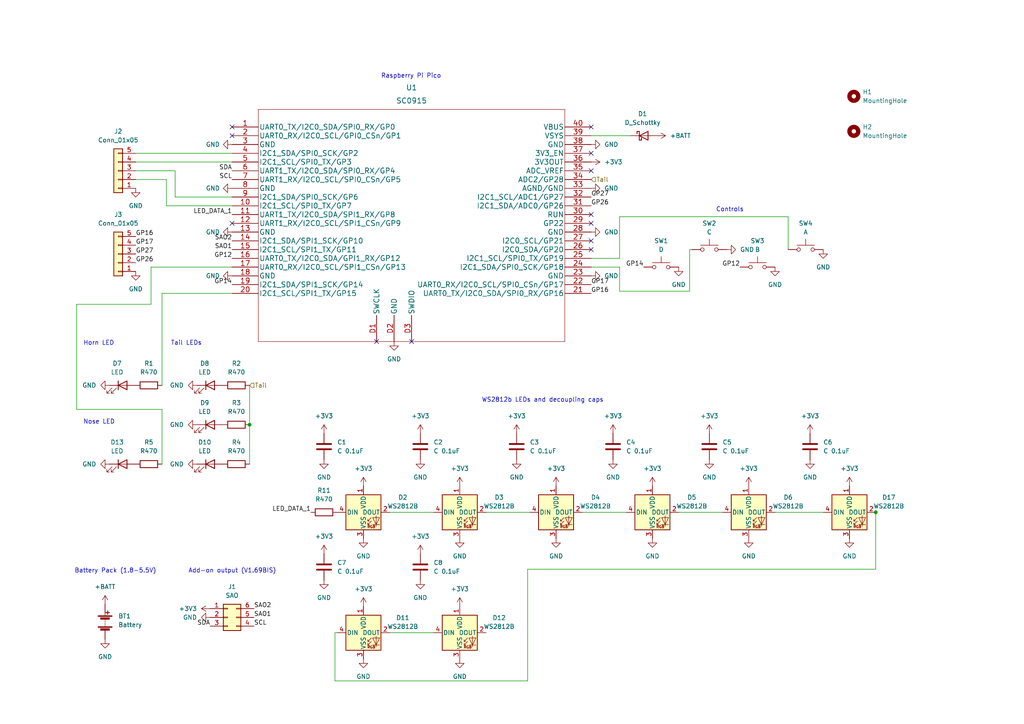
<source format=kicad_sch>
(kicad_sch (version 20211123) (generator eeschema)
  (paper "A4")
  (title_block (title "Cuddles the Catacorn") (rev "1.0") (company "GalaxyAllie"))
  (lib_symbols
    (symbol "Connector_Generic:Conn_01x05" (pin_names (offset 1.016) hide)
      (property "Reference" "J" (at 0 7.62 0))
      (property "Value" "Conn_01x05" (at 0 -7.62 0))
      (symbol "Conn_01x05_1_1"
        (rectangle (start -1.27 -4.953) (end 0 -5.207) (stroke (width 0.1524)))
        (rectangle (start -1.27 -2.413) (end 0 -2.667) (stroke (width 0.1524)))
        (rectangle (start -1.27 0.127) (end 0 -0.127) (stroke (width 0.1524)))
        (rectangle (start -1.27 2.667) (end 0 2.413) (stroke (width 0.1524)))
        (rectangle (start -1.27 5.207) (end 0 4.953) (stroke (width 0.1524)))
        (rectangle (start -1.27 6.35) (end 1.27 -6.35) (stroke (width 0.254)) (fill (type background)))
        (pin passive line (at -5.08 5.08 0) (length 3.81) (name "Pin_1") (number "1"))
        (pin passive line (at -5.08 2.54 0) (length 3.81) (name "Pin_2") (number "2"))
        (pin passive line (at -5.08 0 0) (length 3.81) (name "Pin_3") (number "3"))
        (pin passive line (at -5.08 -2.54 0) (length 3.81) (name "Pin_4") (number "4"))
        (pin passive line (at -5.08 -5.08 0) (length 3.81) (name "Pin_5") (number "5"))
      )
    )
    (symbol "Connector_Generic:Conn_02x03_Counter_Clockwise" (pin_names (offset 1.016) hide)
      (property "Reference" "J" (at 1.27 5.08 0))
      (property "Value" "Conn_02x03_Counter_Clockwise" (at 1.27 -5.08 0))
      (symbol "Conn_02x03_Counter_Clockwise_1_1"
        (rectangle (start -1.27 -2.413) (end 0 -2.667) (stroke (width 0.1524)))
        (rectangle (start -1.27 0.127) (end 0 -0.127) (stroke (width 0.1524)))
        (rectangle (start -1.27 2.667) (end 0 2.413) (stroke (width 0.1524)))
        (rectangle (start -1.27 3.81) (end 3.81 -3.81) (stroke (width 0.254)) (fill (type background)))
        (rectangle (start 3.81 -2.413) (end 2.54 -2.667) (stroke (width 0.1524)))
        (rectangle (start 3.81 0.127) (end 2.54 -0.127) (stroke (width 0.1524)))
        (rectangle (start 3.81 2.667) (end 2.54 2.413) (stroke (width 0.1524)))
        (pin passive line (at -5.08 2.54 0) (length 3.81) (name "Pin_1") (number "1"))
        (pin passive line (at -5.08 0 0) (length 3.81) (name "Pin_2") (number "2"))
        (pin passive line (at -5.08 -2.54 0) (length 3.81) (name "Pin_3") (number "3"))
        (pin passive line (at 7.62 -2.54 180) (length 3.81) (name "Pin_4") (number "4"))
        (pin passive line (at 7.62 0 180) (length 3.81) (name "Pin_5") (number "5"))
        (pin passive line (at 7.62 2.54 180) (length 3.81) (name "Pin_6") (number "6"))
      )
    )
    (symbol "Device:Battery" (pin_numbers hide) (pin_names (offset 0) hide)
      (property "Reference" "BT" (at 2.54 2.54 0))
      (property "Value" "Battery" (at 2.54 0 0))
      (symbol "Battery_0_1"
        (rectangle (start -2.032 -1.397) (end 2.032 -1.651) (fill (type outline)))
        (rectangle (start -2.032 1.778) (end 2.032 1.524) (fill (type outline)))
        (rectangle (start -1.3208 -1.9812) (end 1.27 -2.4892) (fill (type outline)))
        (rectangle (start -1.3208 1.1938) (end 1.27 0.6858) (fill (type outline)))
        (polyline (pts (xy 0 -1.524) (xy 0 -1.27)))
        (polyline (pts (xy 0 -1.016) (xy 0 -0.762)))
        (polyline (pts (xy 0 -0.508) (xy 0 -0.254)))
        (polyline (pts (xy 0 0) (xy 0 0.254)))
        (polyline (pts (xy 0 0.508) (xy 0 0.762)))
        (polyline (pts (xy 0 1.778) (xy 0 2.54)))
        (polyline (pts (xy 0.254 2.667) (xy 1.27 2.667)) (stroke (width 0.254)))
        (polyline (pts (xy 0.762 3.175) (xy 0.762 2.159)) (stroke (width 0.254)))
      )
      (symbol "Battery_1_1"
        (pin passive line (at 0 5.08 270) (length 2.54) (name "+") (number "1"))
        (pin passive line (at 0 -5.08 90) (length 2.54) (name "-") (number "2"))
      )
    )
    (symbol "Device:C" (pin_numbers hide) (pin_names (offset 0.254))
      (property "Reference" "C" (at 0.635 2.54 0))
      (property "Value" "C" (at 0.635 -2.54 0))
      (symbol "C_0_1"
        (polyline (pts (xy -2.032 -0.762) (xy 2.032 -0.762)) (stroke (width 0.508)))
        (polyline (pts (xy -2.032 0.762) (xy 2.032 0.762)) (stroke (width 0.508)))
      )
      (symbol "C_1_1"
        (pin passive line (at 0 3.81 270) (length 2.794) (name "~") (number "1"))
        (pin passive line (at 0 -3.81 90) (length 2.794) (name "~") (number "2"))
      )
    )
    (symbol "Device:D_Schottky" (pin_numbers hide) (pin_names (offset 1.016) hide)
      (property "Reference" "D" (at 0 2.54 0))
      (property "Value" "D_Schottky" (at 0 -2.54 0))
      (symbol "D_Schottky_0_1"
        (polyline (pts (xy 1.27 0) (xy -1.27 0)))
        (polyline (pts (xy 1.27 1.27) (xy 1.27 -1.27) (xy -1.27 0) (xy 1.27 1.27)) (stroke (width 0.254)))
        (polyline (pts (xy -1.905 0.635) (xy -1.905 1.27) (xy -1.27 1.27) (xy -1.27 -1.27) (xy -0.635 -1.27) (xy -0.635 -0.635)) (stroke (width 0.254)))
      )
      (symbol "D_Schottky_1_1"
        (pin passive line (at -3.81 0 0) (length 2.54) (name "K") (number "1"))
        (pin passive line (at 3.81 0 180) (length 2.54) (name "A") (number "2"))
      )
    )
    (symbol "Device:LED" (pin_numbers hide) (pin_names (offset 1.016) hide)
      (property "Reference" "D" (at 0 2.54 0))
      (property "Value" "LED" (at 0 -2.54 0))
      (symbol "LED_0_1"
        (polyline (pts (xy -1.27 -1.27) (xy -1.27 1.27)) (stroke (width 0.254)))
        (polyline (pts (xy -1.27 0) (xy 1.27 0)))
        (polyline (pts (xy 1.27 -1.27) (xy 1.27 1.27) (xy -1.27 0) (xy 1.27 -1.27)) (stroke (width 0.254)))
        (polyline (pts (xy -3.048 -0.762) (xy -4.572 -2.286) (xy -3.81 -2.286) (xy -4.572 -2.286) (xy -4.572 -1.524)))
        (polyline (pts (xy -1.778 -0.762) (xy -3.302 -2.286) (xy -2.54 -2.286) (xy -3.302 -2.286) (xy -3.302 -1.524)))
      )
      (symbol "LED_1_1"
        (pin passive line (at -3.81 0 0) (length 2.54) (name "K") (number "1"))
        (pin passive line (at 3.81 0 180) (length 2.54) (name "A") (number "2"))
      )
    )
    (symbol "Device:R" (pin_numbers hide) (pin_names (offset 0))
      (property "Reference" "R" (at 2.032 0 90))
      (property "Value" "R" (at 0 0 90))
      (symbol "R_0_1"
        (rectangle (start -1.016 -2.54) (end 1.016 2.54) (stroke (width 0.254)))
      )
      (symbol "R_1_1"
        (pin passive line (at 0 3.81 270) (length 1.27) (name "~") (number "1"))
        (pin passive line (at 0 -3.81 90) (length 1.27) (name "~") (number "2"))
      )
    )
    (symbol "LED:WS2812B" (pin_names (offset 0.254))
      (property "Reference" "D" (at 5.08 5.715 0))
      (property "Value" "WS2812B" (at 1.27 -5.715 0))
      (symbol "WS2812B_0_0"
        (text "RGB" (at 2.286 -4.191 0) (effects (font (size 0.762 0.762))))
      )
      (symbol "WS2812B_0_1"
        (polyline (pts (xy 1.27 -3.556) (xy 1.778 -3.556)))
        (polyline (pts (xy 1.27 -2.54) (xy 1.778 -2.54)))
        (polyline (pts (xy 4.699 -3.556) (xy 2.667 -3.556)))
        (polyline (pts (xy 2.286 -2.54) (xy 1.27 -3.556) (xy 1.27 -3.048)))
        (polyline (pts (xy 2.286 -1.524) (xy 1.27 -2.54) (xy 1.27 -2.032)))
        (polyline (pts (xy 3.683 -1.016) (xy 3.683 -3.556) (xy 3.683 -4.064)))
        (polyline (pts (xy 4.699 -1.524) (xy 2.667 -1.524) (xy 3.683 -3.556) (xy 4.699 -1.524)))
        (rectangle (start 5.08 5.08) (end -5.08 -5.08) (stroke (width 0.254)) (fill (type background)))
      )
      (symbol "WS2812B_1_1"
        (pin power_in line (at 0 7.62 270) (length 2.54) (name "VDD") (number "1"))
        (pin output line (at 7.62 0 180) (length 2.54) (name "DOUT") (number "2"))
        (pin power_in line (at 0 -7.62 90) (length 2.54) (name "VSS") (number "3"))
        (pin input line (at -7.62 0 0) (length 2.54) (name "DIN") (number "4"))
      )
    )
    (symbol "Mechanical:MountingHole" (pin_names (offset 1.016))
      (property "Reference" "H" (at 0 5.08 0))
      (property "Value" "MountingHole" (at 0 3.175 0))
      (symbol "MountingHole_0_1"
        (circle (center 0 0) (radius 1.27) (stroke (width 1.27)))
      )
    )
    (symbol "Raspberry Pi Pico:SC0915" (pin_names (offset 0.254))
      (property "Reference" "U1" (at 52.07 11.43 0))
      (property "Value" "SC0915" (at 52.07 7.62 0))
      (symbol "SC0915_1_1"
        (polyline (pts (xy 7.62 -62.23) (xy 96.52 -62.23)) (stroke (width 0.127)))
        (polyline (pts (xy 7.62 5.08) (xy 7.62 -62.23)) (stroke (width 0.127)))
        (polyline (pts (xy 96.52 -62.23) (xy 96.52 5.08)) (stroke (width 0.127)))
        (polyline (pts (xy 96.52 5.08) (xy 7.62 5.08)) (stroke (width 0.127)))
        (pin bidirectional line (at 0 0 0) (length 7.62) (name "UART0_TX/I2C0_SDA/SPI0_RX/GP0") (number "1"))
        (pin bidirectional line (at 0 -22.86 0) (length 7.62) (name "I2C1_SCL/SPI0_TX/GP7") (number "10"))
        (pin bidirectional line (at 0 -25.4 0) (length 7.62) (name "UART1_TX/I2C0_SDA/SPI1_RX/GP8") (number "11"))
        (pin bidirectional line (at 0 -27.94 0) (length 7.62) (name "UART1_RX/I2C0_SCL/SPI1_CSn/GP9") (number "12"))
        (pin power_in line (at 0 -30.48 0) (length 7.62) (name "GND") (number "13"))
        (pin bidirectional line (at 0 -33.02 0) (length 7.62) (name "I2C1_SDA/SPI1_SCK/GP10") (number "14"))
        (pin bidirectional line (at 0 -35.56 0) (length 7.62) (name "I2C1_SCL/SPI1_TX/GP11") (number "15"))
        (pin bidirectional line (at 0 -38.1 0) (length 7.62) (name "UART0_TX/I2C0_SDA/GPI1_RX/GP12") (number "16"))
        (pin bidirectional line (at 0 -40.64 0) (length 7.62) (name "UART0_RX/I2C0_SCL/SPI1_CSn/GP13") (number "17"))
        (pin power_in line (at 0 -43.18 0) (length 7.62) (name "GND") (number "18"))
        (pin bidirectional line (at 0 -45.72 0) (length 7.62) (name "I2C1_SDA/SPI1_SCK/GP14") (number "19"))
        (pin bidirectional line (at 0 -2.54 0) (length 7.62) (name "UART0_RX/I2C0_SCL/GPI0_CSn/GP1") (number "2"))
        (pin bidirectional line (at 0 -48.26 0) (length 7.62) (name "I2C1_SCL/SPI1_TX/GP15") (number "20"))
        (pin bidirectional line (at 104.14 -48.26 180) (length 7.62) (name "UART0_TX/I2C0_SDA/SPI0_RX/GP16") (number "21"))
        (pin bidirectional line (at 104.14 -45.72 180) (length 7.62) (name "UART0_RX/I2C0_SCL/SPI0_CSn/GP17") (number "22"))
        (pin power_in line (at 104.14 -43.18 180) (length 7.62) (name "GND") (number "23"))
        (pin bidirectional line (at 104.14 -40.64 180) (length 7.62) (name "I2C1_SDA/SPI0_SCK/GP18") (number "24"))
        (pin bidirectional line (at 104.14 -38.1 180) (length 7.62) (name "I2C1_SCL/SPI0_TX/GP19") (number "25"))
        (pin bidirectional line (at 104.14 -35.56 180) (length 7.62) (name "I2C0_SDA/GP20") (number "26"))
        (pin bidirectional line (at 104.14 -33.02 180) (length 7.62) (name "I2C0_SCL/GP21") (number "27"))
        (pin power_in line (at 104.14 -30.48 180) (length 7.62) (name "GND") (number "28"))
        (pin bidirectional line (at 104.14 -27.94 180) (length 7.62) (name "GP22") (number "29"))
        (pin power_in line (at 0 -5.08 0) (length 7.62) (name "GND") (number "3"))
        (pin unspecified line (at 104.14 -25.4 180) (length 7.62) (name "RUN") (number "30"))
        (pin bidirectional line (at 104.14 -22.86 180) (length 7.62) (name "I2C1_SDA/ADC0/GP26") (number "31"))
        (pin bidirectional line (at 104.14 -20.32 180) (length 7.62) (name "I2C1_SCL/ADC1/GP27") (number "32"))
        (pin power_in line (at 104.14 -17.78 180) (length 7.62) (name "AGND/GND") (number "33"))
        (pin bidirectional line (at 104.14 -15.24 180) (length 7.62) (name "ADC2/GP28") (number "34"))
        (pin power_in line (at 104.14 -12.7 180) (length 7.62) (name "ADC_VREF") (number "35"))
        (pin output line (at 104.14 -10.16 180) (length 7.62) (name "3V3OUT") (number "36"))
        (pin power_in line (at 104.14 -7.62 180) (length 7.62) (name "3V3_EN") (number "37"))
        (pin power_in line (at 104.14 -5.08 180) (length 7.62) (name "GND") (number "38"))
        (pin power_in line (at 104.14 -2.54 180) (length 7.62) (name "VSYS") (number "39"))
        (pin bidirectional line (at 0 -7.62 0) (length 7.62) (name "I2C1_SDA/SPI0_SCK/GP2") (number "4"))
        (pin power_in line (at 104.14 0 180) (length 7.62) (name "VBUS") (number "40"))
        (pin bidirectional line (at 0 -10.16 0) (length 7.62) (name "I2C1_SCL/SPI0_TX/GP3") (number "5"))
        (pin bidirectional line (at 0 -12.7 0) (length 7.62) (name "UART1_TX/I2C0_SDA/SPI0_RX/GP4") (number "6"))
        (pin bidirectional line (at 0 -15.24 0) (length 7.62) (name "UART1_RX/I2C0_SCL/SPI0_CSn/GP5") (number "7"))
        (pin power_in line (at 0 -17.78 0) (length 7.62) (name "GND") (number "8"))
        (pin bidirectional line (at 0 -20.32 0) (length 7.62) (name "I2C1_SDA/SPI0_SCK/GP6") (number "9"))
        (pin unspecified line (at 41.91 -62.23 90) (length 7.62) (name "SWCLK") (number "D1"))
        (pin power_in line (at 46.99 -62.23 90) (length 7.62) (name "GND") (number "D2"))
        (pin unspecified line (at 52.07 -62.23 90) (length 7.62) (name "SWDIO") (number "D3"))
      )
    )
    (symbol "Switch:SW_Push" (pin_numbers hide) (pin_names (offset 1.016) hide)
      (property "Reference" "SW" (at 1.27 2.54 0))
      (property "Value" "SW_Push" (at 0 -1.524 0))
      (symbol "SW_Push_0_1"
        (circle (center -2.032 0) (radius 0.508))
        (polyline (pts (xy 0 1.27) (xy 0 3.048)))
        (polyline (pts (xy 2.54 1.27) (xy -2.54 1.27)))
        (circle (center 2.032 0) (radius 0.508))
        (pin passive line (at -5.08 0 0) (length 2.54) (name "1") (number "1"))
        (pin passive line (at 5.08 0 180) (length 2.54) (name "2") (number "2"))
      )
    )
    (symbol "power:+3V3" (power) (pin_names (offset 0))
      (property "Value" "+3V3" (at 0 3.556 0))
      (symbol "+3V3_0_1"
        (polyline (pts (xy -0.762 1.27) (xy 0 2.54)))
        (polyline (pts (xy 0 0) (xy 0 2.54)))
        (polyline (pts (xy 0 2.54) (xy 0.762 1.27)))
      )
      (symbol "+3V3_1_1"
        (pin power_in line (at 0 0 90) (length 0) hide (name "+3V3") (number "1"))
      )
    )
    (symbol "power:+BATT" (power) (pin_names (offset 0))
      (property "Value" "+BATT" (at 0 3.556 0))
      (symbol "+BATT_0_1"
        (polyline (pts (xy -0.762 1.27) (xy 0 2.54)))
        (polyline (pts (xy 0 0) (xy 0 2.54)))
        (polyline (pts (xy 0 2.54) (xy 0.762 1.27)))
      )
      (symbol "+BATT_1_1"
        (pin power_in line (at 0 0 90) (length 0) hide (name "+BATT") (number "1"))
      )
    )
    (symbol "power:GND" (power) (pin_names (offset 0))
      (property "Value" "GND" (at 0 -3.81 0))
      (symbol "GND_0_1"
        (polyline (pts (xy 0 0) (xy 0 -1.27) (xy 1.27 -1.27) (xy 0 -2.54) (xy -1.27 -1.27) (xy 0 -1.27)))
      )
      (symbol "GND_1_1"
        (pin power_in line (at 0 0 270) (length 0) hide (name "GND") (number "1"))
      )
    )
  )
  (junction (at 254 148.59))
  (junction (at 72.39 123.19))
  (no_connect (at 171.45 44.45))
  (no_connect (at 171.45 69.85))
  (no_connect (at 171.45 64.77))
  (no_connect (at 67.31 36.83))
  (no_connect (at 109.22 99.06))
  (no_connect (at 119.38 99.06))
  (no_connect (at 171.45 49.53))
  (no_connect (at 67.31 39.37))
  (no_connect (at 171.45 62.23))
  (no_connect (at 171.45 36.83))
  (no_connect (at 171.45 72.39))
  (no_connect (at 67.31 64.77))
  (wire (pts (xy 224.79 148.59) (xy 238.76 148.59)))
  (wire (pts (xy 113.03 148.59) (xy 125.73 148.59)))
  (wire (pts (xy 254 148.59) (xy 254 165.1)))
  (wire (pts (xy 46.99 134.62) (xy 46.99 118.745)))
  (wire (pts (xy 39.37 46.99) (xy 67.31 46.99)))
  (wire (pts (xy 153.035 197.485) (xy 97.155 197.485)))
  (wire (pts (xy 200.66 72.39) (xy 200.025 72.39)))
  (wire (pts (xy 22.225 118.745) (xy 22.225 88.265)))
  (wire (pts (xy 48.26 52.07) (xy 39.37 52.07)))
  (wire (pts (xy 168.91 148.59) (xy 181.61 148.59)))
  (wire (pts (xy 43.815 77.47) (xy 67.31 77.47)))
  (wire (pts (xy 50.8 57.15) (xy 50.8 49.53)))
  (wire (pts (xy 72.39 123.19) (xy 72.39 134.62)))
  (wire (pts (xy 254 147.955) (xy 254 148.59)))
  (wire (pts (xy 228.6 62.865) (xy 179.705 62.865)))
  (wire (pts (xy 43.815 88.265) (xy 43.815 77.47)))
  (wire (pts (xy 200.025 84.455) (xy 179.705 84.455)))
  (wire (pts (xy 179.705 84.455) (xy 179.705 77.47)))
  (wire (pts (xy 50.8 49.53) (xy 39.37 49.53)))
  (wire (pts (xy 97.155 197.485) (xy 97.155 183.515)))
  (wire (pts (xy 46.99 111.76) (xy 46.99 85.09)))
  (wire (pts (xy 113.03 183.515) (xy 125.73 183.515)))
  (wire (pts (xy 196.85 148.59) (xy 209.55 148.59)))
  (wire (pts (xy 179.705 77.47) (xy 171.45 77.47)))
  (wire (pts (xy 228.6 72.39) (xy 228.6 62.865)))
  (wire (pts (xy 97.155 183.515) (xy 97.79 183.515)))
  (wire (pts (xy 46.99 85.09) (xy 67.31 85.09)))
  (wire (pts (xy 67.31 57.15) (xy 50.8 57.15)))
  (wire (pts (xy 254 165.1) (xy 153.035 165.1)))
  (wire (pts (xy 153.035 165.1) (xy 153.035 197.485)))
  (wire (pts (xy 179.705 74.93) (xy 171.45 74.93)))
  (wire (pts (xy 48.26 59.69) (xy 48.26 52.07)))
  (wire (pts (xy 46.99 118.745) (xy 22.225 118.745)))
  (wire (pts (xy 200.025 72.39) (xy 200.025 84.455)))
  (wire (pts (xy 22.225 88.265) (xy 43.815 88.265)))
  (wire (pts (xy 140.97 148.59) (xy 153.67 148.59)))
  (wire (pts (xy 171.45 39.37) (xy 182.88 39.37)))
  (wire (pts (xy 39.37 44.45) (xy 67.31 44.45)))
  (wire (pts (xy 72.39 111.76) (xy 72.39 123.19)))
  (wire (pts (xy 179.705 62.865) (xy 179.705 74.93)))
  (wire (pts (xy 67.31 59.69) (xy 48.26 59.69)))
  (text "Add-on output (V1.69BIS)" (at 54.61 166.37 0) (effects (font (size 1.27 1.27)) (justify left bottom)))
  (text "Nose LED" (at 24.13 123.19 0) (effects (font (size 1.27 1.27)) (justify left bottom)))
  (text "Controls" (at 207.645 61.595 0) (effects (font (size 1.27 1.27)) (justify left bottom)))
  (text "Battery Pack (1.8-5.5V)\n" (at 21.59 166.37 0) (effects (font (size 1.27 1.27)) (justify left bottom)))
  (text "Raspberry Pi Pico\n" (at 110.49 22.86 0) (effects (font (size 1.27 1.27)) (justify left bottom)))
  (text "WS2812b LEDs and decoupling caps\n" (at 139.7 116.84 0) (effects (font (size 1.27 1.27)) (justify left bottom)))
  (text "Horn LED" (at 24.13 100.33 0) (effects (font (size 1.27 1.27)) (justify left bottom)))
  (text "Tail LEDs" (at 49.53 100.33 0) (effects (font (size 1.27 1.27)) (justify left bottom)))
  (label "GP12" (at 214.63 77.47 180))
  (label "SAO1" (at 73.66 179.07 0))
  (label "GP16" (at 171.45 85.09 0))
  (label "GP14" (at 67.31 82.55 180))
  (label "GP14" (at 186.69 77.47 180))
  (label "LED_DATA_1" (at 67.31 62.23 180))
  (label "GP26" (at 171.45 59.69 0))
  (label "GP16" (at 39.37 68.58 0))
  (label "GP17" (at 171.45 82.55 0))
  (label "SDA" (at 67.31 49.53 180))
  (label "SCL" (at 73.66 181.61 0))
  (label "SAO2" (at 67.31 69.85 180))
  (label "LED_DATA_1" (at 90.17 148.59 180))
  (label "SAO1" (at 67.31 72.39 180))
  (label "GP27" (at 171.45 57.15 0))
  (label "GP27" (at 39.37 73.66 0))
  (label "GP26" (at 39.37 76.2 0))
  (label "GP17" (at 39.37 71.12 0))
  (label "SAO2" (at 73.66 176.53 0))
  (label "SDA" (at 60.96 181.61 180))
  (label "SCL" (at 67.31 52.07 180))
  (label "GP12" (at 67.31 74.93 180))
  (hierarchical_label "Tail" (shape input) (at 171.45 52.07 0))
  (hierarchical_label "Tail" (shape input) (at 72.39 111.76 0))
  (symbol (lib_id "power:+3V3") (at 149.86 125.73 0) (unit 1)
    (property "Reference" "#PWR0140" (effects hide))
    (property "Value" "+3V3" (at 149.86 120.65 0))
  )
  (symbol (lib_id "Switch:SW_Push") (at 219.71 77.47 0) (unit 1)
    (property "Reference" "SW3" (at 219.71 69.85 0))
    (property "Value" "B" (at 219.71 72.39 0))
    (property "Footprint" "Button_Switch_SMD:SW_SPST_TL3342" (effects hide))
  )
  (symbol (lib_id "power:+3V3") (at 217.17 140.97 0) (unit 1)
    (property "Reference" "#PWR0122" (effects hide))
    (property "Value" "+3V3" (at 217.17 135.89 0))
  )
  (symbol (lib_id "Device:LED") (at 35.56 134.62 0) (unit 1)
    (property "Reference" "D13" (at 33.9725 128.27 0))
    (property "Value" "LED" (at 33.9725 130.81 0))
    (property "Footprint" "LED_SMD:LED_0805_2012Metric_Pad1.15x1.40mm_HandSolder" (effects hide))
  )
  (symbol (lib_id "Device:R") (at 68.58 111.76 90) (unit 1)
    (property "Reference" "R2" (at 68.58 105.41 90))
    (property "Value" "R470" (at 68.58 107.95 90))
    (property "Footprint" "Resistor_SMD:R_0805_2012Metric_Pad1.20x1.40mm_HandSolder" (effects hide))
  )
  (symbol (lib_id "LED:WS2812B") (at 105.41 148.59 0) (unit 1)
    (property "Reference" "D2" (at 116.84 144.2593 0))
    (property "Value" "WS2812B" (at 116.84 146.7993 0))
    (property "Footprint" "LED_SMD:LED_WS2812B_PLCC4_5.0x5.0mm_P3.2mm" (effects hide))
    (property "Datasheet" "https://cdn-shop.adafruit.com/datasheets/WS2812B.pdf" (effects hide))
  )
  (symbol (lib_id "power:+3V3") (at 133.35 140.97 0) (unit 1)
    (property "Reference" "#PWR0123" (effects hide))
    (property "Value" "+3V3" (at 133.35 135.89 0))
  )
  (symbol (lib_id "power:+3V3") (at 105.41 140.97 0) (unit 1)
    (property "Reference" "#PWR0126" (effects hide))
    (property "Value" "+3V3" (at 105.41 135.89 0))
  )
  (symbol (lib_id "Device:C") (at 93.98 164.465 0) (unit 1)
    (property "Reference" "C7" (at 97.79 163.1949 0) (effects (justify left)))
    (property "Value" "C 0.1uF" (at 97.79 165.7349 0) (effects (justify left)))
    (property "Footprint" "Capacitor_SMD:C_0805_2012Metric_Pad1.18x1.45mm_HandSolder" (effects hide))
  )
  (symbol (lib_id "power:+3V3") (at 189.23 140.97 0) (unit 1)
    (property "Reference" "#PWR0130" (effects hide))
    (property "Value" "+3V3" (at 189.23 135.89 0))
  )
  (symbol (lib_id "power:+3V3") (at 133.35 175.895 0) (unit 1)
    (property "Reference" "#PWR0146" (effects hide))
    (property "Value" "+3V3" (at 133.35 170.815 0))
  )
  (symbol (lib_id "power:GND") (at 67.31 54.61 270) (unit 1)
    (property "Reference" "#PWR0105" (effects hide))
    (property "Value" "GND" (at 59.69 54.61 90) (effects (justify left)))
  )
  (symbol (lib_id "Switch:SW_Push") (at 191.77 77.47 0) (unit 1)
    (property "Reference" "SW1" (at 191.77 69.85 0))
    (property "Value" "D" (at 191.77 72.39 0))
    (property "Footprint" "Button_Switch_SMD:SW_SPST_TL3342" (effects hide))
  )
  (symbol (lib_id "power:GND") (at 30.48 185.42 0) (unit 1)
    (property "Reference" "#PWR0111" (effects hide))
    (property "Value" "GND" (at 30.48 190.5 0))
  )
  (symbol (lib_id "LED:WS2812B") (at 161.29 148.59 0) (unit 1)
    (property "Reference" "D4" (at 172.72 144.2593 0))
    (property "Value" "WS2812B" (at 172.72 146.7993 0))
    (property "Footprint" "LED_SMD:LED_WS2812B_PLCC4_5.0x5.0mm_P3.2mm" (effects hide))
    (property "Datasheet" "https://cdn-shop.adafruit.com/datasheets/WS2812B.pdf" (effects hide))
  )
  (symbol (lib_id "power:GND") (at 105.41 191.135 0) (unit 1)
    (property "Reference" "#PWR0150" (effects hide))
    (property "Value" "GND" (at 105.41 196.215 0))
  )
  (symbol (lib_id "power:+3V3") (at 171.45 46.99 270) (unit 1)
    (property "Reference" "#PWR0120" (effects hide))
    (property "Value" "+3V3" (at 175.26 46.9899 90) (effects (justify left)))
  )
  (symbol (lib_id "Device:C") (at 234.95 129.54 0) (unit 1)
    (property "Reference" "C6" (at 238.76 128.2699 0) (effects (justify left)))
    (property "Value" "C 0.1uF" (at 238.76 130.8099 0) (effects (justify left)))
    (property "Footprint" "Capacitor_SMD:C_0805_2012Metric_Pad1.18x1.45mm_HandSolder" (effects hide))
  )
  (symbol (lib_id "Device:R") (at 43.18 111.76 90) (unit 1)
    (property "Reference" "R1" (at 43.18 105.41 90))
    (property "Value" "R470" (at 43.18 107.95 90))
    (property "Footprint" "Resistor_SMD:R_0805_2012Metric_Pad1.20x1.40mm_HandSolder" (effects hide))
  )
  (symbol (lib_id "power:GND") (at 210.82 72.39 90) (unit 1)
    (property "Reference" "#PWR0115" (effects hide))
    (property "Value" "GND" (at 214.63 72.3899 90) (effects (justify right)))
  )
  (symbol (lib_id "Device:Battery") (at 30.48 180.34 0) (unit 1)
    (property "Reference" "BT1" (at 34.29 178.6889 0) (effects (justify left)))
    (property "Value" "Battery" (at 34.29 181.2289 0) (effects (justify left)))
    (property "Footprint" "Connector_JST:JST_PH_S2B-PH-SM4-TB_1x02-1MP_P2.00mm_Horizontal" (effects hide))
  )
  (symbol (lib_id "LED:WS2812B") (at 217.17 148.59 0) (unit 1)
    (property "Reference" "D6" (at 228.6 144.2593 0))
    (property "Value" "WS2812B" (at 228.6 146.7993 0))
    (property "Footprint" "LED_SMD:LED_WS2812B_PLCC4_5.0x5.0mm_P3.2mm" (effects hide))
    (property "Datasheet" "https://cdn-shop.adafruit.com/datasheets/WS2812B.pdf" (effects hide))
  )
  (symbol (lib_id "power:+3V3") (at 234.95 125.73 0) (unit 1)
    (property "Reference" "#PWR0152" (effects hide))
    (property "Value" "+3V3" (at 234.95 120.65 0))
  )
  (symbol (lib_id "power:GND") (at 161.29 156.21 0) (unit 1)
    (property "Reference" "#PWR0125" (effects hide))
    (property "Value" "GND" (at 161.29 161.29 0))
  )
  (symbol (lib_id "Connector_Generic:Conn_02x03_Counter_Clockwise") (at 66.04 179.07 0) (unit 1)
    (property "Reference" "J1" (at 67.31 170.18 0))
    (property "Value" "SAO" (at 67.31 172.72 0))
    (property "Footprint" "Connector_PinSocket_2.54mm:PinSocket_2x03_P2.54mm_Vertical" (effects hide))
  )
  (symbol (lib_id "Mechanical:MountingHole") (at 247.65 38.1 0) (unit 1)
    (property "Reference" "H2" (at 250.19 36.8299 0) (effects (justify left)))
    (property "Value" "MountingHole" (at 250.19 39.3699 0) (effects (justify left)))
    (property "Footprint" "MountingHole:MountingHole_2.2mm_M2_Pad" (effects hide))
  )
  (symbol (lib_id "power:GND") (at 67.31 80.01 270) (unit 1)
    (property "Reference" "#PWR0107" (effects hide))
    (property "Value" "GND" (at 59.69 80.01 90) (effects (justify left)))
  )
  (symbol (lib_id "Device:R") (at 43.18 134.62 90) (unit 1)
    (property "Reference" "R5" (at 43.18 128.27 90))
    (property "Value" "R470" (at 43.18 130.81 90))
    (property "Footprint" "Resistor_SMD:R_0805_2012Metric_Pad1.20x1.40mm_HandSolder" (effects hide))
  )
  (symbol (lib_id "power:+3V3") (at 93.98 125.73 0) (unit 1)
    (property "Reference" "#PWR0136" (effects hide))
    (property "Value" "+3V3" (at 93.98 120.65 0))
  )
  (symbol (lib_id "power:GND") (at 238.76 72.39 0) (unit 1)
    (property "Reference" "#PWR0118" (effects hide))
    (property "Value" "GND" (at 238.76 77.47 0))
  )
  (symbol (lib_id "power:GND") (at 171.45 54.61 90) (unit 1)
    (property "Reference" "#PWR0108" (effects hide))
    (property "Value" "GND" (at 175.26 54.6099 90) (effects (justify right)))
  )
  (symbol (lib_id "power:GND") (at 171.45 80.01 90) (unit 1)
    (property "Reference" "#PWR0102" (effects hide))
    (property "Value" "GND" (at 175.26 80.0099 90) (effects (justify right)))
  )
  (symbol (lib_id "power:GND") (at 39.37 54.61 0) (unit 1)
    (property "Reference" "#PWR0113" (effects hide))
    (property "Value" "GND" (at 39.37 59.69 0))
  )
  (symbol (lib_id "Mechanical:MountingHole") (at 247.65 27.94 0) (unit 1)
    (property "Reference" "H1" (at 250.19 26.6699 0) (effects (justify left)))
    (property "Value" "MountingHole" (at 250.19 29.2099 0) (effects (justify left)))
    (property "Footprint" "MountingHole:MountingHole_2.2mm_M2_Pad" (effects hide))
  )
  (symbol (lib_id "LED:WS2812B") (at 105.41 183.515 0) (unit 1)
    (property "Reference" "D11" (at 116.84 179.1843 0))
    (property "Value" "WS2812B" (at 116.84 181.7243 0))
    (property "Footprint" "LED_SMD:LED_WS2812B_PLCC4_5.0x5.0mm_P3.2mm" (effects hide))
    (property "Datasheet" "https://cdn-shop.adafruit.com/datasheets/WS2812B.pdf" (effects hide))
  )
  (symbol (lib_id "Device:C") (at 177.8 129.54 0) (unit 1)
    (property "Reference" "C4" (at 181.61 128.2699 0) (effects (justify left)))
    (property "Value" "C 0.1uF" (at 181.61 130.8099 0) (effects (justify left)))
    (property "Footprint" "Capacitor_SMD:C_0805_2012Metric_Pad1.18x1.45mm_HandSolder" (effects hide))
  )
  (symbol (lib_id "power:GND") (at 93.98 168.275 0) (unit 1)
    (property "Reference" "#PWR0149" (effects hide))
    (property "Value" "GND" (at 93.98 173.355 0))
  )
  (symbol (lib_id "power:+BATT") (at 190.5 39.37 270) (unit 1)
    (property "Reference" "#PWR0109" (effects hide))
    (property "Value" "+BATT" (at 194.31 39.3699 90) (effects (justify left)))
  )
  (symbol (lib_id "Device:R") (at 68.58 123.19 90) (unit 1)
    (property "Reference" "R3" (at 68.58 116.84 90))
    (property "Value" "R470" (at 68.58 119.38 90))
    (property "Footprint" "Resistor_SMD:R_0805_2012Metric_Pad1.20x1.40mm_HandSolder" (effects hide))
  )
  (symbol (lib_id "Device:D_Schottky") (at 186.69 39.37 0) (unit 1)
    (property "Reference" "D1" (at 186.3725 33.02 0))
    (property "Value" "D_Schottky" (at 186.3725 35.56 0))
    (property "Footprint" "Diode_SMD:D_SOD-123F" (effects hide))
  )
  (symbol (lib_id "power:GND") (at 171.45 67.31 90) (unit 1)
    (property "Reference" "#PWR0101" (effects hide))
    (property "Value" "GND" (at 175.26 67.3099 90) (effects (justify right)))
  )
  (symbol (lib_id "power:GND") (at 39.37 78.74 0) (unit 1)
    (property "Reference" "#PWR0116" (effects hide))
    (property "Value" "GND" (at 39.37 83.82 0))
  )
  (symbol (lib_id "power:GND") (at 31.75 134.62 270) (unit 1)
    (property "Reference" "#PWR0158" (effects hide))
    (property "Value" "GND" (at 27.94 134.6199 90) (effects (justify right)))
  )
  (symbol (lib_id "LED:WS2812B") (at 133.35 148.59 0) (unit 1)
    (property "Reference" "D3" (at 144.78 144.2593 0))
    (property "Value" "WS2812B" (at 144.78 146.7993 0))
    (property "Footprint" "LED_SMD:LED_WS2812B_PLCC4_5.0x5.0mm_P3.2mm" (effects hide))
    (property "Datasheet" "https://cdn-shop.adafruit.com/datasheets/WS2812B.pdf" (effects hide))
  )
  (symbol (lib_id "power:+3V3") (at 177.8 125.73 0) (unit 1)
    (property "Reference" "#PWR0134" (effects hide))
    (property "Value" "+3V3" (at 177.8 120.65 0))
  )
  (symbol (lib_id "power:GND") (at 114.3 99.06 0) (unit 1)
    (property "Reference" "#PWR0103" (effects hide))
    (property "Value" "GND" (at 114.3 104.14 0))
  )
  (symbol (lib_id "power:GND") (at 60.96 179.07 270) (unit 1)
    (property "Reference" "#PWR0131" (effects hide))
    (property "Value" "GND" (at 57.15 179.0699 90) (effects (justify right)))
  )
  (symbol (lib_id "power:+3V3") (at 246.38 140.97 0) (unit 1)
    (property "Reference" "#PWR0155" (effects hide))
    (property "Value" "+3V3" (at 246.38 135.89 0))
  )
  (symbol (lib_id "Device:C") (at 205.74 129.54 0) (unit 1)
    (property "Reference" "C5" (at 209.55 128.2699 0) (effects (justify left)))
    (property "Value" "C 0.1uF" (at 209.55 130.8099 0) (effects (justify left)))
    (property "Footprint" "Capacitor_SMD:C_0805_2012Metric_Pad1.18x1.45mm_HandSolder" (effects hide))
  )
  (symbol (lib_id "LED:WS2812B") (at 246.38 148.59 0) (unit 1)
    (property "Reference" "D17" (at 257.81 144.2593 0))
    (property "Value" "WS2812B" (at 257.81 146.7993 0))
    (property "Footprint" "LED_SMD:LED_WS2812B_PLCC4_5.0x5.0mm_P3.2mm" (effects hide))
    (property "Datasheet" "https://cdn-shop.adafruit.com/datasheets/WS2812B.pdf" (effects hide))
  )
  (symbol (lib_id "Device:C") (at 121.92 129.54 0) (unit 1)
    (property "Reference" "C2" (at 125.73 128.2699 0) (effects (justify left)))
    (property "Value" "C 0.1uF" (at 125.73 130.8099 0) (effects (justify left)))
    (property "Footprint" "Capacitor_SMD:C_0805_2012Metric_Pad1.18x1.45mm_HandSolder" (effects hide))
  )
  (symbol (lib_id "power:+BATT") (at 30.48 175.26 0) (unit 1)
    (property "Reference" "#PWR0110" (effects hide))
    (property "Value" "+BATT" (at 30.48 170.18 0))
  )
  (symbol (lib_id "Device:C") (at 93.98 129.54 0) (unit 1)
    (property "Reference" "C1" (at 97.79 128.2699 0) (effects (justify left)))
    (property "Value" "C 0.1uF" (at 97.79 130.8099 0) (effects (justify left)))
    (property "Footprint" "Capacitor_SMD:C_0805_2012Metric_Pad1.18x1.45mm_HandSolder" (effects hide))
  )
  (symbol (lib_id "power:+3V3") (at 121.92 160.655 0) (unit 1)
    (property "Reference" "#PWR0144" (effects hide))
    (property "Value" "+3V3" (at 121.92 155.575 0))
  )
  (symbol (lib_id "power:GND") (at 224.79 77.47 0) (unit 1)
    (property "Reference" "#PWR0117" (effects hide))
    (property "Value" "GND" (at 224.79 82.55 0))
  )
  (symbol (lib_id "Switch:SW_Push") (at 233.68 72.39 0) (unit 1)
    (property "Reference" "SW4" (at 233.68 64.77 0))
    (property "Value" "A" (at 233.68 67.31 0))
    (property "Footprint" "Button_Switch_SMD:SW_SPST_TL3342" (effects hide))
  )
  (symbol (lib_id "power:+3V3") (at 121.92 125.73 0) (unit 1)
    (property "Reference" "#PWR0137" (effects hide))
    (property "Value" "+3V3" (at 121.92 120.65 0))
  )
  (symbol (lib_id "Device:LED") (at 60.96 111.76 0) (unit 1)
    (property "Reference" "D8" (at 59.3725 105.41 0))
    (property "Value" "LED" (at 59.3725 107.95 0))
    (property "Footprint" "LED_SMD:LED_0805_2012Metric_Pad1.15x1.40mm_HandSolder" (effects hide))
  )
  (symbol (lib_id "power:GND") (at 57.15 123.19 270) (unit 1)
    (property "Reference" "#PWR0156" (effects hide))
    (property "Value" "GND" (at 53.34 123.1899 90) (effects (justify right)))
  )
  (symbol (lib_id "power:GND") (at 105.41 156.21 0) (unit 1)
    (property "Reference" "#PWR0121" (effects hide))
    (property "Value" "GND" (at 105.41 161.29 0))
  )
  (symbol (lib_id "power:GND") (at 234.95 133.35 0) (unit 1)
    (property "Reference" "#PWR0154" (effects hide))
    (property "Value" "GND" (at 234.95 138.43 0))
  )
  (symbol (lib_id "power:GND") (at 57.15 111.76 270) (unit 1)
    (property "Reference" "#PWR0143" (effects hide))
    (property "Value" "GND" (at 53.34 111.7599 90) (effects (justify right)))
  )
  (symbol (lib_id "Device:R") (at 93.98 148.59 90) (unit 1)
    (property "Reference" "R11" (at 93.98 142.24 90))
    (property "Value" "R470" (at 93.98 144.78 90))
    (property "Footprint" "Resistor_SMD:R_0805_2012Metric_Pad1.20x1.40mm_HandSolder" (effects hide))
  )
  (symbol (lib_id "Device:LED") (at 60.96 134.62 0) (unit 1)
    (property "Reference" "D10" (at 59.3725 128.27 0))
    (property "Value" "LED" (at 59.3725 130.81 0))
    (property "Footprint" "LED_SMD:LED_0805_2012Metric_Pad1.15x1.40mm_HandSolder" (effects hide))
  )
  (symbol (lib_id "power:GND") (at 57.15 134.62 270) (unit 1)
    (property "Reference" "#PWR0157" (effects hide))
    (property "Value" "GND" (at 53.34 134.6199 90) (effects (justify right)))
  )
  (symbol (lib_id "power:+3V3") (at 105.41 175.895 0) (unit 1)
    (property "Reference" "#PWR0151" (effects hide))
    (property "Value" "+3V3" (at 105.41 170.815 0))
  )
  (symbol (lib_id "power:GND") (at 121.92 133.35 0) (unit 1)
    (property "Reference" "#PWR0139" (effects hide))
    (property "Value" "GND" (at 121.92 138.43 0))
  )
  (symbol (lib_id "power:+3V3") (at 205.74 125.73 0) (unit 1)
    (property "Reference" "#PWR0132" (effects hide))
    (property "Value" "+3V3" (at 205.74 120.65 0))
  )
  (symbol (lib_id "Connector_Generic:Conn_01x05") (at 34.29 49.53 180) (unit 1)
    (property "Reference" "J2" (at 34.29 38.1 0))
    (property "Value" "Conn_01x05" (at 34.29 40.64 0))
    (property "Footprint" "Connector_PinHeader_2.54mm:PinHeader_1x05_P2.54mm_Vertical" (effects hide))
  )
  (symbol (lib_id "power:GND") (at 31.75 111.76 270) (unit 1)
    (property "Reference" "#PWR0142" (effects hide))
    (property "Value" "GND" (at 27.94 111.7599 90) (effects (justify right)))
  )
  (symbol (lib_id "LED:WS2812B") (at 133.35 183.515 0) (unit 1)
    (property "Reference" "D12" (at 144.78 179.1843 0))
    (property "Value" "WS2812B" (at 144.78 181.7243 0))
    (property "Footprint" "LED_SMD:LED_WS2812B_PLCC4_5.0x5.0mm_P3.2mm" (effects hide))
    (property "Datasheet" "https://cdn-shop.adafruit.com/datasheets/WS2812B.pdf" (effects hide))
  )
  (symbol (lib_id "power:GND") (at 133.35 156.21 0) (unit 1)
    (property "Reference" "#PWR0124" (effects hide))
    (property "Value" "GND" (at 133.35 161.29 0))
  )
  (symbol (lib_id "Device:R") (at 68.58 134.62 90) (unit 1)
    (property "Reference" "R4" (at 68.58 128.27 90))
    (property "Value" "R470" (at 68.58 130.81 90))
    (property "Footprint" "Resistor_SMD:R_0805_2012Metric_Pad1.20x1.40mm_HandSolder" (effects hide))
  )
  (symbol (lib_id "power:GND") (at 67.31 41.91 270) (unit 1)
    (property "Reference" "#PWR0104" (effects hide))
    (property "Value" "GND" (at 59.69 41.91 90) (effects (justify left)))
  )
  (symbol (lib_id "power:GND") (at 133.35 191.135 0) (unit 1)
    (property "Reference" "#PWR0145" (effects hide))
    (property "Value" "GND" (at 133.35 196.215 0))
  )
  (symbol (lib_id "Device:LED") (at 60.96 123.19 0) (unit 1)
    (property "Reference" "D9" (at 59.3725 116.84 0))
    (property "Value" "LED" (at 59.3725 119.38 0))
    (property "Footprint" "LED_SMD:LED_0805_2012Metric_Pad1.15x1.40mm_HandSolder" (effects hide))
  )
  (symbol (lib_id "Raspberry Pi Pico:SC0915") (at 67.31 36.83 0) (unit 1)
    (property "Reference" "U1" (at 119.38 25.4 0) (effects (font (size 1.524 1.524))))
    (property "Value" "SC0915" (at 119.38 29.21 0) (effects (font (size 1.524 1.524))))
    (property "Footprint" "Raspberry Pi Pico:SC0915-No test pads" (effects hide))
  )
  (symbol (lib_id "power:GND") (at 93.98 133.35 0) (unit 1)
    (property "Reference" "#PWR0138" (effects hide))
    (property "Value" "GND" (at 93.98 138.43 0))
  )
  (symbol (lib_id "power:+3V3") (at 93.98 160.655 0) (unit 1)
    (property "Reference" "#PWR0148" (effects hide))
    (property "Value" "+3V3" (at 93.98 155.575 0))
  )
  (symbol (lib_id "Connector_Generic:Conn_01x05") (at 34.29 73.66 180) (unit 1)
    (property "Reference" "J3" (at 34.29 62.23 0))
    (property "Value" "Conn_01x05" (at 34.29 64.77 0))
    (property "Footprint" "Connector_PinHeader_2.54mm:PinHeader_1x05_P2.54mm_Vertical" (effects hide))
  )
  (symbol (lib_id "power:GND") (at 67.31 67.31 270) (unit 1)
    (property "Reference" "#PWR0106" (effects hide))
    (property "Value" "GND" (at 59.69 67.31 90) (effects (justify left)))
  )
  (symbol (lib_id "power:+3V3") (at 60.96 176.53 90) (unit 1)
    (property "Reference" "#PWR0119" (effects hide))
    (property "Value" "+3V3" (at 57.15 176.5299 90) (effects (justify left)))
  )
  (symbol (lib_id "power:GND") (at 246.38 156.21 0) (unit 1)
    (property "Reference" "#PWR0153" (effects hide))
    (property "Value" "GND" (at 246.38 161.29 0))
  )
  (symbol (lib_id "Device:LED") (at 35.56 111.76 0) (unit 1)
    (property "Reference" "D7" (at 33.9725 105.41 0))
    (property "Value" "LED" (at 33.9725 107.95 0))
    (property "Footprint" "LED_SMD:LED_0805_2012Metric_Pad1.15x1.40mm_HandSolder" (effects hide))
  )
  (symbol (lib_id "power:GND") (at 171.45 41.91 90) (unit 1)
    (property "Reference" "#PWR0112" (effects hide))
    (property "Value" "GND" (at 175.26 41.9099 90) (effects (justify right)))
  )
  (symbol (lib_id "power:GND") (at 189.23 156.21 0) (unit 1)
    (property "Reference" "#PWR0128" (effects hide))
    (property "Value" "GND" (at 189.23 161.29 0))
  )
  (symbol (lib_id "power:GND") (at 196.85 77.47 0) (unit 1)
    (property "Reference" "#PWR0114" (effects hide))
    (property "Value" "GND" (at 196.85 82.55 0))
  )
  (symbol (lib_id "power:+3V3") (at 161.29 140.97 0) (unit 1)
    (property "Reference" "#PWR0127" (effects hide))
    (property "Value" "+3V3" (at 161.29 135.89 0))
  )
  (symbol (lib_id "power:GND") (at 149.86 133.35 0) (unit 1)
    (property "Reference" "#PWR0141" (effects hide))
    (property "Value" "GND" (at 149.86 138.43 0))
  )
  (symbol (lib_id "LED:WS2812B") (at 189.23 148.59 0) (unit 1)
    (property "Reference" "D5" (at 200.66 144.2593 0))
    (property "Value" "WS2812B" (at 200.66 146.7993 0))
    (property "Footprint" "LED_SMD:LED_WS2812B_PLCC4_5.0x5.0mm_P3.2mm" (effects hide))
    (property "Datasheet" "https://cdn-shop.adafruit.com/datasheets/WS2812B.pdf" (effects hide))
  )
  (symbol (lib_id "power:GND") (at 177.8 133.35 0) (unit 1)
    (property "Reference" "#PWR0135" (effects hide))
    (property "Value" "GND" (at 177.8 138.43 0))
  )
  (symbol (lib_id "power:GND") (at 205.74 133.35 0) (unit 1)
    (property "Reference" "#PWR0133" (effects hide))
    (property "Value" "GND" (at 205.74 138.43 0))
  )
  (symbol (lib_id "Device:C") (at 121.92 164.465 0) (unit 1)
    (property "Reference" "C8" (at 125.73 163.1949 0) (effects (justify left)))
    (property "Value" "C 0.1uF" (at 125.73 165.7349 0) (effects (justify left)))
    (property "Footprint" "Capacitor_SMD:C_0805_2012Metric_Pad1.18x1.45mm_HandSolder" (effects hide))
  )
  (symbol (lib_id "power:GND") (at 121.92 168.275 0) (unit 1)
    (property "Reference" "#PWR0147" (effects hide))
    (property "Value" "GND" (at 121.92 173.355 0))
  )
  (symbol (lib_id "power:GND") (at 217.17 156.21 0) (unit 1)
    (property "Reference" "#PWR0129" (effects hide))
    (property "Value" "GND" (at 217.17 161.29 0))
  )
  (symbol (lib_id "Device:C") (at 149.86 129.54 0) (unit 1)
    (property "Reference" "C3" (at 153.67 128.2699 0) (effects (justify left)))
    (property "Value" "C 0.1uF" (at 153.67 130.8099 0) (effects (justify left)))
    (property "Footprint" "Capacitor_SMD:C_0805_2012Metric_Pad1.18x1.45mm_HandSolder" (effects hide))
  )
  (symbol (lib_id "Switch:SW_Push") (at 205.74 72.39 0) (unit 1)
    (property "Reference" "SW2" (at 205.74 64.77 0))
    (property "Value" "C" (at 205.74 67.31 0))
    (property "Footprint" "Button_Switch_SMD:SW_SPST_TL3342" (effects hide))
  )
)
</source>
